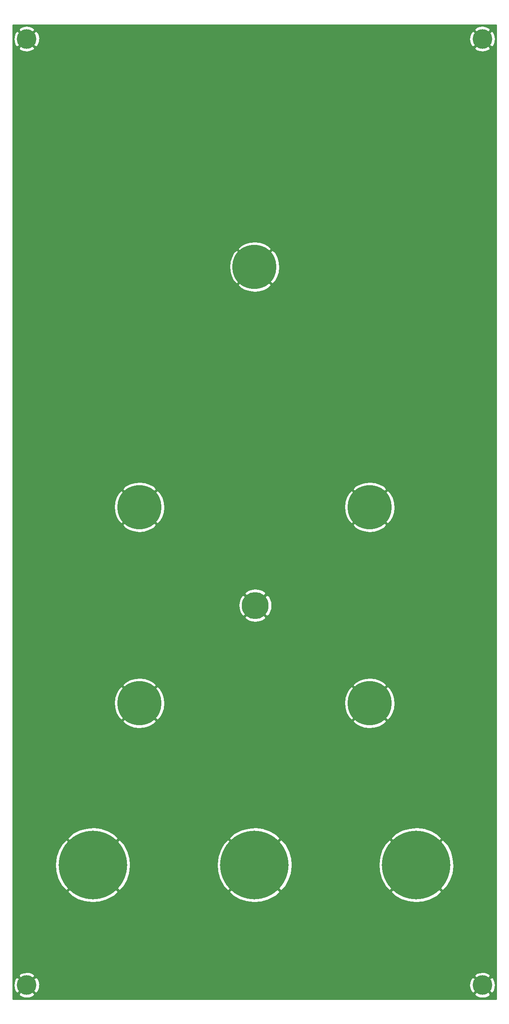
<source format=gbr>
%TF.GenerationSoftware,KiCad,Pcbnew,(5.1.8-0-10_14)*%
%TF.CreationDate,2021-09-13T18:17:36-04:00*%
%TF.ProjectId,wahwah_panel,77616877-6168-45f7-9061-6e656c2e6b69,rev?*%
%TF.SameCoordinates,Original*%
%TF.FileFunction,Copper,L1,Top*%
%TF.FilePolarity,Positive*%
%FSLAX46Y46*%
G04 Gerber Fmt 4.6, Leading zero omitted, Abs format (unit mm)*
G04 Created by KiCad (PCBNEW (5.1.8-0-10_14)) date 2021-09-13 18:17:36*
%MOMM*%
%LPD*%
G01*
G04 APERTURE LIST*
%TA.AperFunction,ComponentPad*%
%ADD10C,4.000000*%
%TD*%
%TA.AperFunction,ComponentPad*%
%ADD11C,9.000000*%
%TD*%
%TA.AperFunction,ComponentPad*%
%ADD12C,5.500000*%
%TD*%
%TA.AperFunction,ComponentPad*%
%ADD13C,14.000000*%
%TD*%
%TA.AperFunction,Conductor*%
%ADD14C,0.254000*%
%TD*%
%TA.AperFunction,Conductor*%
%ADD15C,0.100000*%
%TD*%
G04 APERTURE END LIST*
D10*
%TO.P,REF\u002A\u002A,1*%
%TO.N,GND*%
X-446500000Y-145500000D03*
%TD*%
%TO.P,REF\u002A\u002A,1*%
%TO.N,GND*%
X-353500000Y-145500000D03*
%TD*%
%TO.P,REF\u002A\u002A,1*%
%TO.N,GND*%
X-353500000Y47500000D03*
%TD*%
%TO.P,REF\u002A\u002A,1*%
%TO.N,GND*%
X-446500000Y47500000D03*
%TD*%
D11*
%TO.P,REF\u002A\u002A,1*%
%TO.N,GND*%
X-423500000Y-48000000D03*
%TD*%
%TO.P,REF\u002A\u002A,1*%
%TO.N,GND*%
X-423500000Y-88000000D03*
%TD*%
%TO.P,REF\u002A\u002A,1*%
%TO.N,GND*%
X-376500000Y-88000000D03*
%TD*%
%TO.P,REF\u002A\u002A,1*%
%TO.N,GND*%
X-376500000Y-48000000D03*
%TD*%
%TO.P,REF\u002A\u002A,1*%
%TO.N,GND*%
X-400000000Y1000000D03*
%TD*%
D12*
%TO.P,REF\u002A\u002A,1*%
%TO.N,GND*%
X-399845493Y-68056220D03*
%TD*%
D13*
%TO.P,REF\u002A\u002A,1*%
%TO.N,GND*%
X-367000000Y-121000000D03*
%TD*%
%TO.P,REF\u002A\u002A,1*%
%TO.N,GND*%
X-400000000Y-121000000D03*
%TD*%
%TO.P,REF\u002A\u002A,1*%
%TO.N,GND*%
X-433000000Y-121000000D03*
%TD*%
D14*
%TO.N,GND*%
X-350659999Y-148340000D02*
X-449340000Y-148340000D01*
X-449340000Y-147347499D01*
X-448167894Y-147347499D01*
X-447951772Y-147714258D01*
X-447491895Y-147954938D01*
X-446993902Y-148101275D01*
X-446476929Y-148147648D01*
X-445960841Y-148092273D01*
X-445465474Y-147937279D01*
X-445048228Y-147714258D01*
X-444832106Y-147347499D01*
X-355167894Y-147347499D01*
X-354951772Y-147714258D01*
X-354491895Y-147954938D01*
X-353993902Y-148101275D01*
X-353476929Y-148147648D01*
X-352960841Y-148092273D01*
X-352465474Y-147937279D01*
X-352048228Y-147714258D01*
X-351832106Y-147347499D01*
X-353500000Y-145679605D01*
X-355167894Y-147347499D01*
X-444832106Y-147347499D01*
X-446500000Y-145679605D01*
X-448167894Y-147347499D01*
X-449340000Y-147347499D01*
X-449340000Y-145523071D01*
X-449147648Y-145523071D01*
X-449092273Y-146039159D01*
X-448937279Y-146534526D01*
X-448714258Y-146951772D01*
X-448347499Y-147167894D01*
X-446679605Y-145500000D01*
X-446320395Y-145500000D01*
X-444652501Y-147167894D01*
X-444285742Y-146951772D01*
X-444045062Y-146491895D01*
X-443898725Y-145993902D01*
X-443856491Y-145523071D01*
X-356147648Y-145523071D01*
X-356092273Y-146039159D01*
X-355937279Y-146534526D01*
X-355714258Y-146951772D01*
X-355347499Y-147167894D01*
X-353679605Y-145500000D01*
X-353320395Y-145500000D01*
X-351652501Y-147167894D01*
X-351285742Y-146951772D01*
X-351045062Y-146491895D01*
X-350898725Y-145993902D01*
X-350852352Y-145476929D01*
X-350907727Y-144960841D01*
X-351062721Y-144465474D01*
X-351285742Y-144048228D01*
X-351652501Y-143832106D01*
X-353320395Y-145500000D01*
X-353679605Y-145500000D01*
X-355347499Y-143832106D01*
X-355714258Y-144048228D01*
X-355954938Y-144508105D01*
X-356101275Y-145006098D01*
X-356147648Y-145523071D01*
X-443856491Y-145523071D01*
X-443852352Y-145476929D01*
X-443907727Y-144960841D01*
X-444062721Y-144465474D01*
X-444285742Y-144048228D01*
X-444652501Y-143832106D01*
X-446320395Y-145500000D01*
X-446679605Y-145500000D01*
X-448347499Y-143832106D01*
X-448714258Y-144048228D01*
X-448954938Y-144508105D01*
X-449101275Y-145006098D01*
X-449147648Y-145523071D01*
X-449340000Y-145523071D01*
X-449340000Y-143652501D01*
X-448167894Y-143652501D01*
X-446500000Y-145320395D01*
X-444832106Y-143652501D01*
X-355167894Y-143652501D01*
X-353500000Y-145320395D01*
X-351832106Y-143652501D01*
X-352048228Y-143285742D01*
X-352508105Y-143045062D01*
X-353006098Y-142898725D01*
X-353523071Y-142852352D01*
X-354039159Y-142907727D01*
X-354534526Y-143062721D01*
X-354951772Y-143285742D01*
X-355167894Y-143652501D01*
X-444832106Y-143652501D01*
X-445048228Y-143285742D01*
X-445508105Y-143045062D01*
X-446006098Y-142898725D01*
X-446523071Y-142852352D01*
X-447039159Y-142907727D01*
X-447534526Y-143062721D01*
X-447951772Y-143285742D01*
X-448167894Y-143652501D01*
X-449340000Y-143652501D01*
X-449340000Y-126401674D01*
X-438222068Y-126401674D01*
X-437406092Y-127280530D01*
X-436096160Y-128019437D01*
X-434667244Y-128488591D01*
X-433174257Y-128669963D01*
X-431674572Y-128556583D01*
X-430225824Y-128152807D01*
X-428883686Y-127474153D01*
X-428593908Y-127280530D01*
X-427777932Y-126401674D01*
X-405222068Y-126401674D01*
X-404406092Y-127280530D01*
X-403096160Y-128019437D01*
X-401667244Y-128488591D01*
X-400174257Y-128669963D01*
X-398674572Y-128556583D01*
X-397225824Y-128152807D01*
X-395883686Y-127474153D01*
X-395593908Y-127280530D01*
X-394777932Y-126401674D01*
X-372222068Y-126401674D01*
X-371406092Y-127280530D01*
X-370096160Y-128019437D01*
X-368667244Y-128488591D01*
X-367174257Y-128669963D01*
X-365674572Y-128556583D01*
X-364225824Y-128152807D01*
X-362883686Y-127474153D01*
X-362593908Y-127280530D01*
X-361777932Y-126401674D01*
X-367000000Y-121179605D01*
X-372222068Y-126401674D01*
X-394777932Y-126401674D01*
X-400000000Y-121179605D01*
X-405222068Y-126401674D01*
X-427777932Y-126401674D01*
X-433000000Y-121179605D01*
X-438222068Y-126401674D01*
X-449340000Y-126401674D01*
X-449340000Y-120825743D01*
X-440669963Y-120825743D01*
X-440556583Y-122325428D01*
X-440152807Y-123774176D01*
X-439474153Y-125116314D01*
X-439280530Y-125406092D01*
X-438401674Y-126222068D01*
X-433179605Y-121000000D01*
X-432820395Y-121000000D01*
X-427598326Y-126222068D01*
X-426719470Y-125406092D01*
X-425980563Y-124096160D01*
X-425511409Y-122667244D01*
X-425330037Y-121174257D01*
X-425356385Y-120825743D01*
X-407669963Y-120825743D01*
X-407556583Y-122325428D01*
X-407152807Y-123774176D01*
X-406474153Y-125116314D01*
X-406280530Y-125406092D01*
X-405401674Y-126222068D01*
X-400179605Y-121000000D01*
X-399820395Y-121000000D01*
X-394598326Y-126222068D01*
X-393719470Y-125406092D01*
X-392980563Y-124096160D01*
X-392511409Y-122667244D01*
X-392330037Y-121174257D01*
X-392356385Y-120825743D01*
X-374669963Y-120825743D01*
X-374556583Y-122325428D01*
X-374152807Y-123774176D01*
X-373474153Y-125116314D01*
X-373280530Y-125406092D01*
X-372401674Y-126222068D01*
X-367179605Y-121000000D01*
X-366820395Y-121000000D01*
X-361598326Y-126222068D01*
X-360719470Y-125406092D01*
X-359980563Y-124096160D01*
X-359511409Y-122667244D01*
X-359330037Y-121174257D01*
X-359443417Y-119674572D01*
X-359847193Y-118225824D01*
X-360525847Y-116883686D01*
X-360719470Y-116593908D01*
X-361598326Y-115777932D01*
X-366820395Y-121000000D01*
X-367179605Y-121000000D01*
X-372401674Y-115777932D01*
X-373280530Y-116593908D01*
X-374019437Y-117903840D01*
X-374488591Y-119332756D01*
X-374669963Y-120825743D01*
X-392356385Y-120825743D01*
X-392443417Y-119674572D01*
X-392847193Y-118225824D01*
X-393525847Y-116883686D01*
X-393719470Y-116593908D01*
X-394598326Y-115777932D01*
X-399820395Y-121000000D01*
X-400179605Y-121000000D01*
X-405401674Y-115777932D01*
X-406280530Y-116593908D01*
X-407019437Y-117903840D01*
X-407488591Y-119332756D01*
X-407669963Y-120825743D01*
X-425356385Y-120825743D01*
X-425443417Y-119674572D01*
X-425847193Y-118225824D01*
X-426525847Y-116883686D01*
X-426719470Y-116593908D01*
X-427598326Y-115777932D01*
X-432820395Y-121000000D01*
X-433179605Y-121000000D01*
X-438401674Y-115777932D01*
X-439280530Y-116593908D01*
X-440019437Y-117903840D01*
X-440488591Y-119332756D01*
X-440669963Y-120825743D01*
X-449340000Y-120825743D01*
X-449340000Y-115598326D01*
X-438222068Y-115598326D01*
X-433000000Y-120820395D01*
X-427777932Y-115598326D01*
X-405222068Y-115598326D01*
X-400000000Y-120820395D01*
X-394777932Y-115598326D01*
X-372222068Y-115598326D01*
X-367000000Y-120820395D01*
X-361777932Y-115598326D01*
X-362593908Y-114719470D01*
X-363903840Y-113980563D01*
X-365332756Y-113511409D01*
X-366825743Y-113330037D01*
X-368325428Y-113443417D01*
X-369774176Y-113847193D01*
X-371116314Y-114525847D01*
X-371406092Y-114719470D01*
X-372222068Y-115598326D01*
X-394777932Y-115598326D01*
X-395593908Y-114719470D01*
X-396903840Y-113980563D01*
X-398332756Y-113511409D01*
X-399825743Y-113330037D01*
X-401325428Y-113443417D01*
X-402774176Y-113847193D01*
X-404116314Y-114525847D01*
X-404406092Y-114719470D01*
X-405222068Y-115598326D01*
X-427777932Y-115598326D01*
X-428593908Y-114719470D01*
X-429903840Y-113980563D01*
X-431332756Y-113511409D01*
X-432825743Y-113330037D01*
X-434325428Y-113443417D01*
X-435774176Y-113847193D01*
X-437116314Y-114525847D01*
X-437406092Y-114719470D01*
X-438222068Y-115598326D01*
X-449340000Y-115598326D01*
X-449340000Y-91624971D01*
X-426945366Y-91624971D01*
X-426429217Y-92247788D01*
X-425544232Y-92737630D01*
X-424580686Y-93045407D01*
X-423575611Y-93159293D01*
X-422567630Y-93074910D01*
X-421595480Y-92795501D01*
X-420696519Y-92331803D01*
X-420570783Y-92247788D01*
X-420054634Y-91624971D01*
X-379945366Y-91624971D01*
X-379429217Y-92247788D01*
X-378544232Y-92737630D01*
X-377580686Y-93045407D01*
X-376575611Y-93159293D01*
X-375567630Y-93074910D01*
X-374595480Y-92795501D01*
X-373696519Y-92331803D01*
X-373570783Y-92247788D01*
X-373054634Y-91624971D01*
X-376500000Y-88179605D01*
X-379945366Y-91624971D01*
X-420054634Y-91624971D01*
X-423500000Y-88179605D01*
X-426945366Y-91624971D01*
X-449340000Y-91624971D01*
X-449340000Y-87924389D01*
X-428659293Y-87924389D01*
X-428574910Y-88932370D01*
X-428295501Y-89904520D01*
X-427831803Y-90803481D01*
X-427747788Y-90929217D01*
X-427124971Y-91445366D01*
X-423679605Y-88000000D01*
X-423320395Y-88000000D01*
X-419875029Y-91445366D01*
X-419252212Y-90929217D01*
X-418762370Y-90044232D01*
X-418454593Y-89080686D01*
X-418340707Y-88075611D01*
X-418353366Y-87924389D01*
X-381659293Y-87924389D01*
X-381574910Y-88932370D01*
X-381295501Y-89904520D01*
X-380831803Y-90803481D01*
X-380747788Y-90929217D01*
X-380124971Y-91445366D01*
X-376679605Y-88000000D01*
X-376320395Y-88000000D01*
X-372875029Y-91445366D01*
X-372252212Y-90929217D01*
X-371762370Y-90044232D01*
X-371454593Y-89080686D01*
X-371340707Y-88075611D01*
X-371425090Y-87067630D01*
X-371704499Y-86095480D01*
X-372168197Y-85196519D01*
X-372252212Y-85070783D01*
X-372875029Y-84554634D01*
X-376320395Y-88000000D01*
X-376679605Y-88000000D01*
X-380124971Y-84554634D01*
X-380747788Y-85070783D01*
X-381237630Y-85955768D01*
X-381545407Y-86919314D01*
X-381659293Y-87924389D01*
X-418353366Y-87924389D01*
X-418425090Y-87067630D01*
X-418704499Y-86095480D01*
X-419168197Y-85196519D01*
X-419252212Y-85070783D01*
X-419875029Y-84554634D01*
X-423320395Y-88000000D01*
X-423679605Y-88000000D01*
X-427124971Y-84554634D01*
X-427747788Y-85070783D01*
X-428237630Y-85955768D01*
X-428545407Y-86919314D01*
X-428659293Y-87924389D01*
X-449340000Y-87924389D01*
X-449340000Y-84375029D01*
X-426945366Y-84375029D01*
X-423500000Y-87820395D01*
X-420054634Y-84375029D01*
X-379945366Y-84375029D01*
X-376500000Y-87820395D01*
X-373054634Y-84375029D01*
X-373570783Y-83752212D01*
X-374455768Y-83262370D01*
X-375419314Y-82954593D01*
X-376424389Y-82840707D01*
X-377432370Y-82925090D01*
X-378404520Y-83204499D01*
X-379303481Y-83668197D01*
X-379429217Y-83752212D01*
X-379945366Y-84375029D01*
X-420054634Y-84375029D01*
X-420570783Y-83752212D01*
X-421455768Y-83262370D01*
X-422419314Y-82954593D01*
X-423424389Y-82840707D01*
X-424432370Y-82925090D01*
X-425404520Y-83204499D01*
X-426303481Y-83668197D01*
X-426429217Y-83752212D01*
X-426945366Y-84375029D01*
X-449340000Y-84375029D01*
X-449340000Y-70437148D01*
X-402046816Y-70437148D01*
X-401740634Y-70880723D01*
X-401153187Y-71196174D01*
X-400515485Y-71390960D01*
X-399852036Y-71457592D01*
X-399188335Y-71393512D01*
X-398549888Y-71201182D01*
X-397961231Y-70887992D01*
X-397950352Y-70880723D01*
X-397644170Y-70437148D01*
X-399845493Y-68235825D01*
X-402046816Y-70437148D01*
X-449340000Y-70437148D01*
X-449340000Y-68049677D01*
X-403246865Y-68049677D01*
X-403182785Y-68713378D01*
X-402990455Y-69351825D01*
X-402677265Y-69940482D01*
X-402669996Y-69951361D01*
X-402226421Y-70257543D01*
X-400025098Y-68056220D01*
X-399665888Y-68056220D01*
X-397464565Y-70257543D01*
X-397020990Y-69951361D01*
X-396705539Y-69363914D01*
X-396510753Y-68726212D01*
X-396444121Y-68062763D01*
X-396508201Y-67399062D01*
X-396700531Y-66760615D01*
X-397013721Y-66171958D01*
X-397020990Y-66161079D01*
X-397464565Y-65854897D01*
X-399665888Y-68056220D01*
X-400025098Y-68056220D01*
X-402226421Y-65854897D01*
X-402669996Y-66161079D01*
X-402985447Y-66748526D01*
X-403180233Y-67386228D01*
X-403246865Y-68049677D01*
X-449340000Y-68049677D01*
X-449340000Y-65675292D01*
X-402046816Y-65675292D01*
X-399845493Y-67876615D01*
X-397644170Y-65675292D01*
X-397950352Y-65231717D01*
X-398537799Y-64916266D01*
X-399175501Y-64721480D01*
X-399838950Y-64654848D01*
X-400502651Y-64718928D01*
X-401141098Y-64911258D01*
X-401729755Y-65224448D01*
X-401740634Y-65231717D01*
X-402046816Y-65675292D01*
X-449340000Y-65675292D01*
X-449340000Y-51624971D01*
X-426945366Y-51624971D01*
X-426429217Y-52247788D01*
X-425544232Y-52737630D01*
X-424580686Y-53045407D01*
X-423575611Y-53159293D01*
X-422567630Y-53074910D01*
X-421595480Y-52795501D01*
X-420696519Y-52331803D01*
X-420570783Y-52247788D01*
X-420054634Y-51624971D01*
X-379945366Y-51624971D01*
X-379429217Y-52247788D01*
X-378544232Y-52737630D01*
X-377580686Y-53045407D01*
X-376575611Y-53159293D01*
X-375567630Y-53074910D01*
X-374595480Y-52795501D01*
X-373696519Y-52331803D01*
X-373570783Y-52247788D01*
X-373054634Y-51624971D01*
X-376500000Y-48179605D01*
X-379945366Y-51624971D01*
X-420054634Y-51624971D01*
X-423500000Y-48179605D01*
X-426945366Y-51624971D01*
X-449340000Y-51624971D01*
X-449340000Y-47924389D01*
X-428659293Y-47924389D01*
X-428574910Y-48932370D01*
X-428295501Y-49904520D01*
X-427831803Y-50803481D01*
X-427747788Y-50929217D01*
X-427124971Y-51445366D01*
X-423679605Y-48000000D01*
X-423320395Y-48000000D01*
X-419875029Y-51445366D01*
X-419252212Y-50929217D01*
X-418762370Y-50044232D01*
X-418454593Y-49080686D01*
X-418340707Y-48075611D01*
X-418353366Y-47924389D01*
X-381659293Y-47924389D01*
X-381574910Y-48932370D01*
X-381295501Y-49904520D01*
X-380831803Y-50803481D01*
X-380747788Y-50929217D01*
X-380124971Y-51445366D01*
X-376679605Y-48000000D01*
X-376320395Y-48000000D01*
X-372875029Y-51445366D01*
X-372252212Y-50929217D01*
X-371762370Y-50044232D01*
X-371454593Y-49080686D01*
X-371340707Y-48075611D01*
X-371425090Y-47067630D01*
X-371704499Y-46095480D01*
X-372168197Y-45196519D01*
X-372252212Y-45070783D01*
X-372875029Y-44554634D01*
X-376320395Y-48000000D01*
X-376679605Y-48000000D01*
X-380124971Y-44554634D01*
X-380747788Y-45070783D01*
X-381237630Y-45955768D01*
X-381545407Y-46919314D01*
X-381659293Y-47924389D01*
X-418353366Y-47924389D01*
X-418425090Y-47067630D01*
X-418704499Y-46095480D01*
X-419168197Y-45196519D01*
X-419252212Y-45070783D01*
X-419875029Y-44554634D01*
X-423320395Y-48000000D01*
X-423679605Y-48000000D01*
X-427124971Y-44554634D01*
X-427747788Y-45070783D01*
X-428237630Y-45955768D01*
X-428545407Y-46919314D01*
X-428659293Y-47924389D01*
X-449340000Y-47924389D01*
X-449340000Y-44375029D01*
X-426945366Y-44375029D01*
X-423500000Y-47820395D01*
X-420054634Y-44375029D01*
X-379945366Y-44375029D01*
X-376500000Y-47820395D01*
X-373054634Y-44375029D01*
X-373570783Y-43752212D01*
X-374455768Y-43262370D01*
X-375419314Y-42954593D01*
X-376424389Y-42840707D01*
X-377432370Y-42925090D01*
X-378404520Y-43204499D01*
X-379303481Y-43668197D01*
X-379429217Y-43752212D01*
X-379945366Y-44375029D01*
X-420054634Y-44375029D01*
X-420570783Y-43752212D01*
X-421455768Y-43262370D01*
X-422419314Y-42954593D01*
X-423424389Y-42840707D01*
X-424432370Y-42925090D01*
X-425404520Y-43204499D01*
X-426303481Y-43668197D01*
X-426429217Y-43752212D01*
X-426945366Y-44375029D01*
X-449340000Y-44375029D01*
X-449340000Y-2624971D01*
X-403445366Y-2624971D01*
X-402929217Y-3247788D01*
X-402044232Y-3737630D01*
X-401080686Y-4045407D01*
X-400075611Y-4159293D01*
X-399067630Y-4074910D01*
X-398095480Y-3795501D01*
X-397196519Y-3331803D01*
X-397070783Y-3247788D01*
X-396554634Y-2624971D01*
X-400000000Y820395D01*
X-403445366Y-2624971D01*
X-449340000Y-2624971D01*
X-449340000Y1075611D01*
X-405159293Y1075611D01*
X-405074910Y67630D01*
X-404795501Y-904520D01*
X-404331803Y-1803481D01*
X-404247788Y-1929217D01*
X-403624971Y-2445366D01*
X-400179605Y1000000D01*
X-399820395Y1000000D01*
X-396375029Y-2445366D01*
X-395752212Y-1929217D01*
X-395262370Y-1044232D01*
X-394954593Y-80686D01*
X-394840707Y924389D01*
X-394925090Y1932370D01*
X-395204499Y2904520D01*
X-395668197Y3803481D01*
X-395752212Y3929217D01*
X-396375029Y4445366D01*
X-399820395Y1000000D01*
X-400179605Y1000000D01*
X-403624971Y4445366D01*
X-404247788Y3929217D01*
X-404737630Y3044232D01*
X-405045407Y2080686D01*
X-405159293Y1075611D01*
X-449340000Y1075611D01*
X-449340000Y4624971D01*
X-403445366Y4624971D01*
X-400000000Y1179605D01*
X-396554634Y4624971D01*
X-397070783Y5247788D01*
X-397955768Y5737630D01*
X-398919314Y6045407D01*
X-399924389Y6159293D01*
X-400932370Y6074910D01*
X-401904520Y5795501D01*
X-402803481Y5331803D01*
X-402929217Y5247788D01*
X-403445366Y4624971D01*
X-449340000Y4624971D01*
X-449340000Y45652501D01*
X-448167894Y45652501D01*
X-447951772Y45285742D01*
X-447491895Y45045062D01*
X-446993902Y44898725D01*
X-446476929Y44852352D01*
X-445960841Y44907727D01*
X-445465474Y45062721D01*
X-445048228Y45285742D01*
X-444832106Y45652501D01*
X-355167894Y45652501D01*
X-354951772Y45285742D01*
X-354491895Y45045062D01*
X-353993902Y44898725D01*
X-353476929Y44852352D01*
X-352960841Y44907727D01*
X-352465474Y45062721D01*
X-352048228Y45285742D01*
X-351832106Y45652501D01*
X-353500000Y47320395D01*
X-355167894Y45652501D01*
X-444832106Y45652501D01*
X-446500000Y47320395D01*
X-448167894Y45652501D01*
X-449340000Y45652501D01*
X-449340000Y47476929D01*
X-449147648Y47476929D01*
X-449092273Y46960841D01*
X-448937279Y46465474D01*
X-448714258Y46048228D01*
X-448347499Y45832106D01*
X-446679605Y47500000D01*
X-446320395Y47500000D01*
X-444652501Y45832106D01*
X-444285742Y46048228D01*
X-444045062Y46508105D01*
X-443898725Y47006098D01*
X-443856491Y47476929D01*
X-356147648Y47476929D01*
X-356092273Y46960841D01*
X-355937279Y46465474D01*
X-355714258Y46048228D01*
X-355347499Y45832106D01*
X-353679605Y47500000D01*
X-353320395Y47500000D01*
X-351652501Y45832106D01*
X-351285742Y46048228D01*
X-351045062Y46508105D01*
X-350898725Y47006098D01*
X-350852352Y47523071D01*
X-350907727Y48039159D01*
X-351062721Y48534526D01*
X-351285742Y48951772D01*
X-351652501Y49167894D01*
X-353320395Y47500000D01*
X-353679605Y47500000D01*
X-355347499Y49167894D01*
X-355714258Y48951772D01*
X-355954938Y48491895D01*
X-356101275Y47993902D01*
X-356147648Y47476929D01*
X-443856491Y47476929D01*
X-443852352Y47523071D01*
X-443907727Y48039159D01*
X-444062721Y48534526D01*
X-444285742Y48951772D01*
X-444652501Y49167894D01*
X-446320395Y47500000D01*
X-446679605Y47500000D01*
X-448347499Y49167894D01*
X-448714258Y48951772D01*
X-448954938Y48491895D01*
X-449101275Y47993902D01*
X-449147648Y47476929D01*
X-449340000Y47476929D01*
X-449340000Y49347499D01*
X-448167894Y49347499D01*
X-446500000Y47679605D01*
X-444832106Y49347499D01*
X-355167894Y49347499D01*
X-353500000Y47679605D01*
X-351832106Y49347499D01*
X-352048228Y49714258D01*
X-352508105Y49954938D01*
X-353006098Y50101275D01*
X-353523071Y50147648D01*
X-354039159Y50092273D01*
X-354534526Y49937279D01*
X-354951772Y49714258D01*
X-355167894Y49347499D01*
X-444832106Y49347499D01*
X-445048228Y49714258D01*
X-445508105Y49954938D01*
X-446006098Y50101275D01*
X-446523071Y50147648D01*
X-447039159Y50092273D01*
X-447534526Y49937279D01*
X-447951772Y49714258D01*
X-448167894Y49347499D01*
X-449340000Y49347499D01*
X-449340000Y50340000D01*
X-350660000Y50340000D01*
X-350659999Y-148340000D01*
%TA.AperFunction,Conductor*%
D15*
G36*
X-350659999Y-148340000D02*
G01*
X-449340000Y-148340000D01*
X-449340000Y-147347499D01*
X-448167894Y-147347499D01*
X-447951772Y-147714258D01*
X-447491895Y-147954938D01*
X-446993902Y-148101275D01*
X-446476929Y-148147648D01*
X-445960841Y-148092273D01*
X-445465474Y-147937279D01*
X-445048228Y-147714258D01*
X-444832106Y-147347499D01*
X-355167894Y-147347499D01*
X-354951772Y-147714258D01*
X-354491895Y-147954938D01*
X-353993902Y-148101275D01*
X-353476929Y-148147648D01*
X-352960841Y-148092273D01*
X-352465474Y-147937279D01*
X-352048228Y-147714258D01*
X-351832106Y-147347499D01*
X-353500000Y-145679605D01*
X-355167894Y-147347499D01*
X-444832106Y-147347499D01*
X-446500000Y-145679605D01*
X-448167894Y-147347499D01*
X-449340000Y-147347499D01*
X-449340000Y-145523071D01*
X-449147648Y-145523071D01*
X-449092273Y-146039159D01*
X-448937279Y-146534526D01*
X-448714258Y-146951772D01*
X-448347499Y-147167894D01*
X-446679605Y-145500000D01*
X-446320395Y-145500000D01*
X-444652501Y-147167894D01*
X-444285742Y-146951772D01*
X-444045062Y-146491895D01*
X-443898725Y-145993902D01*
X-443856491Y-145523071D01*
X-356147648Y-145523071D01*
X-356092273Y-146039159D01*
X-355937279Y-146534526D01*
X-355714258Y-146951772D01*
X-355347499Y-147167894D01*
X-353679605Y-145500000D01*
X-353320395Y-145500000D01*
X-351652501Y-147167894D01*
X-351285742Y-146951772D01*
X-351045062Y-146491895D01*
X-350898725Y-145993902D01*
X-350852352Y-145476929D01*
X-350907727Y-144960841D01*
X-351062721Y-144465474D01*
X-351285742Y-144048228D01*
X-351652501Y-143832106D01*
X-353320395Y-145500000D01*
X-353679605Y-145500000D01*
X-355347499Y-143832106D01*
X-355714258Y-144048228D01*
X-355954938Y-144508105D01*
X-356101275Y-145006098D01*
X-356147648Y-145523071D01*
X-443856491Y-145523071D01*
X-443852352Y-145476929D01*
X-443907727Y-144960841D01*
X-444062721Y-144465474D01*
X-444285742Y-144048228D01*
X-444652501Y-143832106D01*
X-446320395Y-145500000D01*
X-446679605Y-145500000D01*
X-448347499Y-143832106D01*
X-448714258Y-144048228D01*
X-448954938Y-144508105D01*
X-449101275Y-145006098D01*
X-449147648Y-145523071D01*
X-449340000Y-145523071D01*
X-449340000Y-143652501D01*
X-448167894Y-143652501D01*
X-446500000Y-145320395D01*
X-444832106Y-143652501D01*
X-355167894Y-143652501D01*
X-353500000Y-145320395D01*
X-351832106Y-143652501D01*
X-352048228Y-143285742D01*
X-352508105Y-143045062D01*
X-353006098Y-142898725D01*
X-353523071Y-142852352D01*
X-354039159Y-142907727D01*
X-354534526Y-143062721D01*
X-354951772Y-143285742D01*
X-355167894Y-143652501D01*
X-444832106Y-143652501D01*
X-445048228Y-143285742D01*
X-445508105Y-143045062D01*
X-446006098Y-142898725D01*
X-446523071Y-142852352D01*
X-447039159Y-142907727D01*
X-447534526Y-143062721D01*
X-447951772Y-143285742D01*
X-448167894Y-143652501D01*
X-449340000Y-143652501D01*
X-449340000Y-126401674D01*
X-438222068Y-126401674D01*
X-437406092Y-127280530D01*
X-436096160Y-128019437D01*
X-434667244Y-128488591D01*
X-433174257Y-128669963D01*
X-431674572Y-128556583D01*
X-430225824Y-128152807D01*
X-428883686Y-127474153D01*
X-428593908Y-127280530D01*
X-427777932Y-126401674D01*
X-405222068Y-126401674D01*
X-404406092Y-127280530D01*
X-403096160Y-128019437D01*
X-401667244Y-128488591D01*
X-400174257Y-128669963D01*
X-398674572Y-128556583D01*
X-397225824Y-128152807D01*
X-395883686Y-127474153D01*
X-395593908Y-127280530D01*
X-394777932Y-126401674D01*
X-372222068Y-126401674D01*
X-371406092Y-127280530D01*
X-370096160Y-128019437D01*
X-368667244Y-128488591D01*
X-367174257Y-128669963D01*
X-365674572Y-128556583D01*
X-364225824Y-128152807D01*
X-362883686Y-127474153D01*
X-362593908Y-127280530D01*
X-361777932Y-126401674D01*
X-367000000Y-121179605D01*
X-372222068Y-126401674D01*
X-394777932Y-126401674D01*
X-400000000Y-121179605D01*
X-405222068Y-126401674D01*
X-427777932Y-126401674D01*
X-433000000Y-121179605D01*
X-438222068Y-126401674D01*
X-449340000Y-126401674D01*
X-449340000Y-120825743D01*
X-440669963Y-120825743D01*
X-440556583Y-122325428D01*
X-440152807Y-123774176D01*
X-439474153Y-125116314D01*
X-439280530Y-125406092D01*
X-438401674Y-126222068D01*
X-433179605Y-121000000D01*
X-432820395Y-121000000D01*
X-427598326Y-126222068D01*
X-426719470Y-125406092D01*
X-425980563Y-124096160D01*
X-425511409Y-122667244D01*
X-425330037Y-121174257D01*
X-425356385Y-120825743D01*
X-407669963Y-120825743D01*
X-407556583Y-122325428D01*
X-407152807Y-123774176D01*
X-406474153Y-125116314D01*
X-406280530Y-125406092D01*
X-405401674Y-126222068D01*
X-400179605Y-121000000D01*
X-399820395Y-121000000D01*
X-394598326Y-126222068D01*
X-393719470Y-125406092D01*
X-392980563Y-124096160D01*
X-392511409Y-122667244D01*
X-392330037Y-121174257D01*
X-392356385Y-120825743D01*
X-374669963Y-120825743D01*
X-374556583Y-122325428D01*
X-374152807Y-123774176D01*
X-373474153Y-125116314D01*
X-373280530Y-125406092D01*
X-372401674Y-126222068D01*
X-367179605Y-121000000D01*
X-366820395Y-121000000D01*
X-361598326Y-126222068D01*
X-360719470Y-125406092D01*
X-359980563Y-124096160D01*
X-359511409Y-122667244D01*
X-359330037Y-121174257D01*
X-359443417Y-119674572D01*
X-359847193Y-118225824D01*
X-360525847Y-116883686D01*
X-360719470Y-116593908D01*
X-361598326Y-115777932D01*
X-366820395Y-121000000D01*
X-367179605Y-121000000D01*
X-372401674Y-115777932D01*
X-373280530Y-116593908D01*
X-374019437Y-117903840D01*
X-374488591Y-119332756D01*
X-374669963Y-120825743D01*
X-392356385Y-120825743D01*
X-392443417Y-119674572D01*
X-392847193Y-118225824D01*
X-393525847Y-116883686D01*
X-393719470Y-116593908D01*
X-394598326Y-115777932D01*
X-399820395Y-121000000D01*
X-400179605Y-121000000D01*
X-405401674Y-115777932D01*
X-406280530Y-116593908D01*
X-407019437Y-117903840D01*
X-407488591Y-119332756D01*
X-407669963Y-120825743D01*
X-425356385Y-120825743D01*
X-425443417Y-119674572D01*
X-425847193Y-118225824D01*
X-426525847Y-116883686D01*
X-426719470Y-116593908D01*
X-427598326Y-115777932D01*
X-432820395Y-121000000D01*
X-433179605Y-121000000D01*
X-438401674Y-115777932D01*
X-439280530Y-116593908D01*
X-440019437Y-117903840D01*
X-440488591Y-119332756D01*
X-440669963Y-120825743D01*
X-449340000Y-120825743D01*
X-449340000Y-115598326D01*
X-438222068Y-115598326D01*
X-433000000Y-120820395D01*
X-427777932Y-115598326D01*
X-405222068Y-115598326D01*
X-400000000Y-120820395D01*
X-394777932Y-115598326D01*
X-372222068Y-115598326D01*
X-367000000Y-120820395D01*
X-361777932Y-115598326D01*
X-362593908Y-114719470D01*
X-363903840Y-113980563D01*
X-365332756Y-113511409D01*
X-366825743Y-113330037D01*
X-368325428Y-113443417D01*
X-369774176Y-113847193D01*
X-371116314Y-114525847D01*
X-371406092Y-114719470D01*
X-372222068Y-115598326D01*
X-394777932Y-115598326D01*
X-395593908Y-114719470D01*
X-396903840Y-113980563D01*
X-398332756Y-113511409D01*
X-399825743Y-113330037D01*
X-401325428Y-113443417D01*
X-402774176Y-113847193D01*
X-404116314Y-114525847D01*
X-404406092Y-114719470D01*
X-405222068Y-115598326D01*
X-427777932Y-115598326D01*
X-428593908Y-114719470D01*
X-429903840Y-113980563D01*
X-431332756Y-113511409D01*
X-432825743Y-113330037D01*
X-434325428Y-113443417D01*
X-435774176Y-113847193D01*
X-437116314Y-114525847D01*
X-437406092Y-114719470D01*
X-438222068Y-115598326D01*
X-449340000Y-115598326D01*
X-449340000Y-91624971D01*
X-426945366Y-91624971D01*
X-426429217Y-92247788D01*
X-425544232Y-92737630D01*
X-424580686Y-93045407D01*
X-423575611Y-93159293D01*
X-422567630Y-93074910D01*
X-421595480Y-92795501D01*
X-420696519Y-92331803D01*
X-420570783Y-92247788D01*
X-420054634Y-91624971D01*
X-379945366Y-91624971D01*
X-379429217Y-92247788D01*
X-378544232Y-92737630D01*
X-377580686Y-93045407D01*
X-376575611Y-93159293D01*
X-375567630Y-93074910D01*
X-374595480Y-92795501D01*
X-373696519Y-92331803D01*
X-373570783Y-92247788D01*
X-373054634Y-91624971D01*
X-376500000Y-88179605D01*
X-379945366Y-91624971D01*
X-420054634Y-91624971D01*
X-423500000Y-88179605D01*
X-426945366Y-91624971D01*
X-449340000Y-91624971D01*
X-449340000Y-87924389D01*
X-428659293Y-87924389D01*
X-428574910Y-88932370D01*
X-428295501Y-89904520D01*
X-427831803Y-90803481D01*
X-427747788Y-90929217D01*
X-427124971Y-91445366D01*
X-423679605Y-88000000D01*
X-423320395Y-88000000D01*
X-419875029Y-91445366D01*
X-419252212Y-90929217D01*
X-418762370Y-90044232D01*
X-418454593Y-89080686D01*
X-418340707Y-88075611D01*
X-418353366Y-87924389D01*
X-381659293Y-87924389D01*
X-381574910Y-88932370D01*
X-381295501Y-89904520D01*
X-380831803Y-90803481D01*
X-380747788Y-90929217D01*
X-380124971Y-91445366D01*
X-376679605Y-88000000D01*
X-376320395Y-88000000D01*
X-372875029Y-91445366D01*
X-372252212Y-90929217D01*
X-371762370Y-90044232D01*
X-371454593Y-89080686D01*
X-371340707Y-88075611D01*
X-371425090Y-87067630D01*
X-371704499Y-86095480D01*
X-372168197Y-85196519D01*
X-372252212Y-85070783D01*
X-372875029Y-84554634D01*
X-376320395Y-88000000D01*
X-376679605Y-88000000D01*
X-380124971Y-84554634D01*
X-380747788Y-85070783D01*
X-381237630Y-85955768D01*
X-381545407Y-86919314D01*
X-381659293Y-87924389D01*
X-418353366Y-87924389D01*
X-418425090Y-87067630D01*
X-418704499Y-86095480D01*
X-419168197Y-85196519D01*
X-419252212Y-85070783D01*
X-419875029Y-84554634D01*
X-423320395Y-88000000D01*
X-423679605Y-88000000D01*
X-427124971Y-84554634D01*
X-427747788Y-85070783D01*
X-428237630Y-85955768D01*
X-428545407Y-86919314D01*
X-428659293Y-87924389D01*
X-449340000Y-87924389D01*
X-449340000Y-84375029D01*
X-426945366Y-84375029D01*
X-423500000Y-87820395D01*
X-420054634Y-84375029D01*
X-379945366Y-84375029D01*
X-376500000Y-87820395D01*
X-373054634Y-84375029D01*
X-373570783Y-83752212D01*
X-374455768Y-83262370D01*
X-375419314Y-82954593D01*
X-376424389Y-82840707D01*
X-377432370Y-82925090D01*
X-378404520Y-83204499D01*
X-379303481Y-83668197D01*
X-379429217Y-83752212D01*
X-379945366Y-84375029D01*
X-420054634Y-84375029D01*
X-420570783Y-83752212D01*
X-421455768Y-83262370D01*
X-422419314Y-82954593D01*
X-423424389Y-82840707D01*
X-424432370Y-82925090D01*
X-425404520Y-83204499D01*
X-426303481Y-83668197D01*
X-426429217Y-83752212D01*
X-426945366Y-84375029D01*
X-449340000Y-84375029D01*
X-449340000Y-70437148D01*
X-402046816Y-70437148D01*
X-401740634Y-70880723D01*
X-401153187Y-71196174D01*
X-400515485Y-71390960D01*
X-399852036Y-71457592D01*
X-399188335Y-71393512D01*
X-398549888Y-71201182D01*
X-397961231Y-70887992D01*
X-397950352Y-70880723D01*
X-397644170Y-70437148D01*
X-399845493Y-68235825D01*
X-402046816Y-70437148D01*
X-449340000Y-70437148D01*
X-449340000Y-68049677D01*
X-403246865Y-68049677D01*
X-403182785Y-68713378D01*
X-402990455Y-69351825D01*
X-402677265Y-69940482D01*
X-402669996Y-69951361D01*
X-402226421Y-70257543D01*
X-400025098Y-68056220D01*
X-399665888Y-68056220D01*
X-397464565Y-70257543D01*
X-397020990Y-69951361D01*
X-396705539Y-69363914D01*
X-396510753Y-68726212D01*
X-396444121Y-68062763D01*
X-396508201Y-67399062D01*
X-396700531Y-66760615D01*
X-397013721Y-66171958D01*
X-397020990Y-66161079D01*
X-397464565Y-65854897D01*
X-399665888Y-68056220D01*
X-400025098Y-68056220D01*
X-402226421Y-65854897D01*
X-402669996Y-66161079D01*
X-402985447Y-66748526D01*
X-403180233Y-67386228D01*
X-403246865Y-68049677D01*
X-449340000Y-68049677D01*
X-449340000Y-65675292D01*
X-402046816Y-65675292D01*
X-399845493Y-67876615D01*
X-397644170Y-65675292D01*
X-397950352Y-65231717D01*
X-398537799Y-64916266D01*
X-399175501Y-64721480D01*
X-399838950Y-64654848D01*
X-400502651Y-64718928D01*
X-401141098Y-64911258D01*
X-401729755Y-65224448D01*
X-401740634Y-65231717D01*
X-402046816Y-65675292D01*
X-449340000Y-65675292D01*
X-449340000Y-51624971D01*
X-426945366Y-51624971D01*
X-426429217Y-52247788D01*
X-425544232Y-52737630D01*
X-424580686Y-53045407D01*
X-423575611Y-53159293D01*
X-422567630Y-53074910D01*
X-421595480Y-52795501D01*
X-420696519Y-52331803D01*
X-420570783Y-52247788D01*
X-420054634Y-51624971D01*
X-379945366Y-51624971D01*
X-379429217Y-52247788D01*
X-378544232Y-52737630D01*
X-377580686Y-53045407D01*
X-376575611Y-53159293D01*
X-375567630Y-53074910D01*
X-374595480Y-52795501D01*
X-373696519Y-52331803D01*
X-373570783Y-52247788D01*
X-373054634Y-51624971D01*
X-376500000Y-48179605D01*
X-379945366Y-51624971D01*
X-420054634Y-51624971D01*
X-423500000Y-48179605D01*
X-426945366Y-51624971D01*
X-449340000Y-51624971D01*
X-449340000Y-47924389D01*
X-428659293Y-47924389D01*
X-428574910Y-48932370D01*
X-428295501Y-49904520D01*
X-427831803Y-50803481D01*
X-427747788Y-50929217D01*
X-427124971Y-51445366D01*
X-423679605Y-48000000D01*
X-423320395Y-48000000D01*
X-419875029Y-51445366D01*
X-419252212Y-50929217D01*
X-418762370Y-50044232D01*
X-418454593Y-49080686D01*
X-418340707Y-48075611D01*
X-418353366Y-47924389D01*
X-381659293Y-47924389D01*
X-381574910Y-48932370D01*
X-381295501Y-49904520D01*
X-380831803Y-50803481D01*
X-380747788Y-50929217D01*
X-380124971Y-51445366D01*
X-376679605Y-48000000D01*
X-376320395Y-48000000D01*
X-372875029Y-51445366D01*
X-372252212Y-50929217D01*
X-371762370Y-50044232D01*
X-371454593Y-49080686D01*
X-371340707Y-48075611D01*
X-371425090Y-47067630D01*
X-371704499Y-46095480D01*
X-372168197Y-45196519D01*
X-372252212Y-45070783D01*
X-372875029Y-44554634D01*
X-376320395Y-48000000D01*
X-376679605Y-48000000D01*
X-380124971Y-44554634D01*
X-380747788Y-45070783D01*
X-381237630Y-45955768D01*
X-381545407Y-46919314D01*
X-381659293Y-47924389D01*
X-418353366Y-47924389D01*
X-418425090Y-47067630D01*
X-418704499Y-46095480D01*
X-419168197Y-45196519D01*
X-419252212Y-45070783D01*
X-419875029Y-44554634D01*
X-423320395Y-48000000D01*
X-423679605Y-48000000D01*
X-427124971Y-44554634D01*
X-427747788Y-45070783D01*
X-428237630Y-45955768D01*
X-428545407Y-46919314D01*
X-428659293Y-47924389D01*
X-449340000Y-47924389D01*
X-449340000Y-44375029D01*
X-426945366Y-44375029D01*
X-423500000Y-47820395D01*
X-420054634Y-44375029D01*
X-379945366Y-44375029D01*
X-376500000Y-47820395D01*
X-373054634Y-44375029D01*
X-373570783Y-43752212D01*
X-374455768Y-43262370D01*
X-375419314Y-42954593D01*
X-376424389Y-42840707D01*
X-377432370Y-42925090D01*
X-378404520Y-43204499D01*
X-379303481Y-43668197D01*
X-379429217Y-43752212D01*
X-379945366Y-44375029D01*
X-420054634Y-44375029D01*
X-420570783Y-43752212D01*
X-421455768Y-43262370D01*
X-422419314Y-42954593D01*
X-423424389Y-42840707D01*
X-424432370Y-42925090D01*
X-425404520Y-43204499D01*
X-426303481Y-43668197D01*
X-426429217Y-43752212D01*
X-426945366Y-44375029D01*
X-449340000Y-44375029D01*
X-449340000Y-2624971D01*
X-403445366Y-2624971D01*
X-402929217Y-3247788D01*
X-402044232Y-3737630D01*
X-401080686Y-4045407D01*
X-400075611Y-4159293D01*
X-399067630Y-4074910D01*
X-398095480Y-3795501D01*
X-397196519Y-3331803D01*
X-397070783Y-3247788D01*
X-396554634Y-2624971D01*
X-400000000Y820395D01*
X-403445366Y-2624971D01*
X-449340000Y-2624971D01*
X-449340000Y1075611D01*
X-405159293Y1075611D01*
X-405074910Y67630D01*
X-404795501Y-904520D01*
X-404331803Y-1803481D01*
X-404247788Y-1929217D01*
X-403624971Y-2445366D01*
X-400179605Y1000000D01*
X-399820395Y1000000D01*
X-396375029Y-2445366D01*
X-395752212Y-1929217D01*
X-395262370Y-1044232D01*
X-394954593Y-80686D01*
X-394840707Y924389D01*
X-394925090Y1932370D01*
X-395204499Y2904520D01*
X-395668197Y3803481D01*
X-395752212Y3929217D01*
X-396375029Y4445366D01*
X-399820395Y1000000D01*
X-400179605Y1000000D01*
X-403624971Y4445366D01*
X-404247788Y3929217D01*
X-404737630Y3044232D01*
X-405045407Y2080686D01*
X-405159293Y1075611D01*
X-449340000Y1075611D01*
X-449340000Y4624971D01*
X-403445366Y4624971D01*
X-400000000Y1179605D01*
X-396554634Y4624971D01*
X-397070783Y5247788D01*
X-397955768Y5737630D01*
X-398919314Y6045407D01*
X-399924389Y6159293D01*
X-400932370Y6074910D01*
X-401904520Y5795501D01*
X-402803481Y5331803D01*
X-402929217Y5247788D01*
X-403445366Y4624971D01*
X-449340000Y4624971D01*
X-449340000Y45652501D01*
X-448167894Y45652501D01*
X-447951772Y45285742D01*
X-447491895Y45045062D01*
X-446993902Y44898725D01*
X-446476929Y44852352D01*
X-445960841Y44907727D01*
X-445465474Y45062721D01*
X-445048228Y45285742D01*
X-444832106Y45652501D01*
X-355167894Y45652501D01*
X-354951772Y45285742D01*
X-354491895Y45045062D01*
X-353993902Y44898725D01*
X-353476929Y44852352D01*
X-352960841Y44907727D01*
X-352465474Y45062721D01*
X-352048228Y45285742D01*
X-351832106Y45652501D01*
X-353500000Y47320395D01*
X-355167894Y45652501D01*
X-444832106Y45652501D01*
X-446500000Y47320395D01*
X-448167894Y45652501D01*
X-449340000Y45652501D01*
X-449340000Y47476929D01*
X-449147648Y47476929D01*
X-449092273Y46960841D01*
X-448937279Y46465474D01*
X-448714258Y46048228D01*
X-448347499Y45832106D01*
X-446679605Y47500000D01*
X-446320395Y47500000D01*
X-444652501Y45832106D01*
X-444285742Y46048228D01*
X-444045062Y46508105D01*
X-443898725Y47006098D01*
X-443856491Y47476929D01*
X-356147648Y47476929D01*
X-356092273Y46960841D01*
X-355937279Y46465474D01*
X-355714258Y46048228D01*
X-355347499Y45832106D01*
X-353679605Y47500000D01*
X-353320395Y47500000D01*
X-351652501Y45832106D01*
X-351285742Y46048228D01*
X-351045062Y46508105D01*
X-350898725Y47006098D01*
X-350852352Y47523071D01*
X-350907727Y48039159D01*
X-351062721Y48534526D01*
X-351285742Y48951772D01*
X-351652501Y49167894D01*
X-353320395Y47500000D01*
X-353679605Y47500000D01*
X-355347499Y49167894D01*
X-355714258Y48951772D01*
X-355954938Y48491895D01*
X-356101275Y47993902D01*
X-356147648Y47476929D01*
X-443856491Y47476929D01*
X-443852352Y47523071D01*
X-443907727Y48039159D01*
X-444062721Y48534526D01*
X-444285742Y48951772D01*
X-444652501Y49167894D01*
X-446320395Y47500000D01*
X-446679605Y47500000D01*
X-448347499Y49167894D01*
X-448714258Y48951772D01*
X-448954938Y48491895D01*
X-449101275Y47993902D01*
X-449147648Y47476929D01*
X-449340000Y47476929D01*
X-449340000Y49347499D01*
X-448167894Y49347499D01*
X-446500000Y47679605D01*
X-444832106Y49347499D01*
X-355167894Y49347499D01*
X-353500000Y47679605D01*
X-351832106Y49347499D01*
X-352048228Y49714258D01*
X-352508105Y49954938D01*
X-353006098Y50101275D01*
X-353523071Y50147648D01*
X-354039159Y50092273D01*
X-354534526Y49937279D01*
X-354951772Y49714258D01*
X-355167894Y49347499D01*
X-444832106Y49347499D01*
X-445048228Y49714258D01*
X-445508105Y49954938D01*
X-446006098Y50101275D01*
X-446523071Y50147648D01*
X-447039159Y50092273D01*
X-447534526Y49937279D01*
X-447951772Y49714258D01*
X-448167894Y49347499D01*
X-449340000Y49347499D01*
X-449340000Y50340000D01*
X-350660000Y50340000D01*
X-350659999Y-148340000D01*
G37*
%TD.AperFunction*%
%TD*%
M02*

</source>
